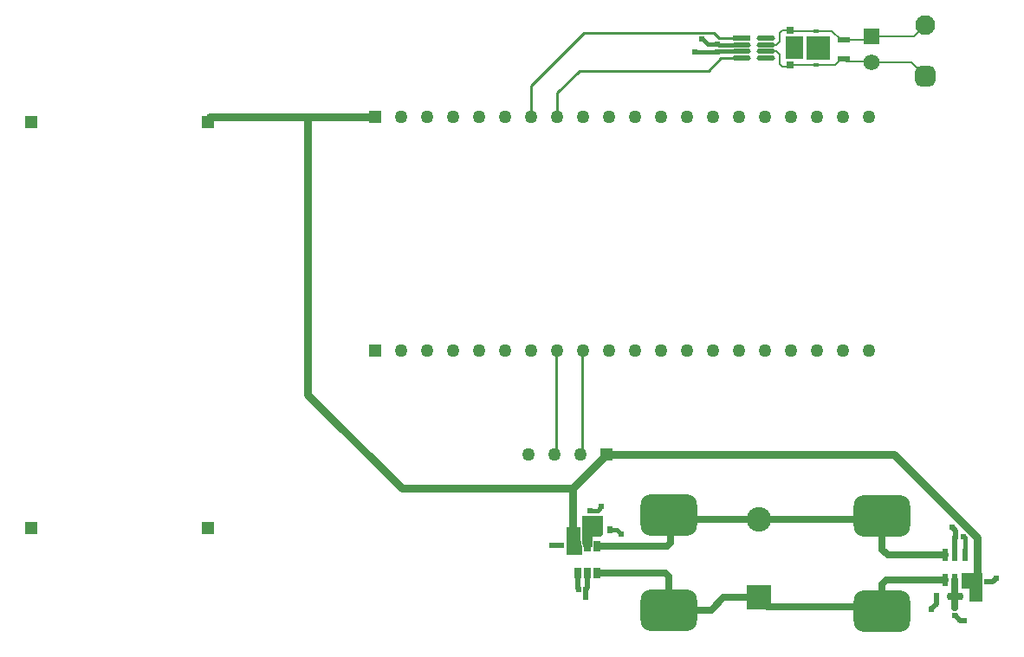
<source format=gtl>
G04*
G04 #@! TF.GenerationSoftware,Altium Limited,Altium Designer,25.8.1 (18)*
G04*
G04 Layer_Physical_Order=1*
G04 Layer_Color=255*
%FSLAX44Y44*%
%MOMM*%
G71*
G04*
G04 #@! TF.SameCoordinates,00868D23-33A2-40B0-AD17-1BC6AB771355*
G04*
G04*
G04 #@! TF.FilePolarity,Positive*
G04*
G01*
G75*
%ADD13C,0.2540*%
G04:AMPARAMS|DCode=14|XSize=1.8052mm|YSize=0.4949mm|CornerRadius=0.2475mm|HoleSize=0mm|Usage=FLASHONLY|Rotation=0.000|XOffset=0mm|YOffset=0mm|HoleType=Round|Shape=RoundedRectangle|*
%AMROUNDEDRECTD14*
21,1,1.8052,0.0000,0,0,0.0*
21,1,1.3103,0.4949,0,0,0.0*
1,1,0.4949,0.6552,0.0000*
1,1,0.4949,-0.6552,0.0000*
1,1,0.4949,-0.6552,0.0000*
1,1,0.4949,0.6552,0.0000*
%
%ADD14ROUNDEDRECTD14*%
%ADD15R,0.4725X0.5153*%
%ADD16R,0.5153X0.4725*%
%ADD17R,0.6000X0.8000*%
G04:AMPARAMS|DCode=18|XSize=1.1mm|YSize=0.6mm|CornerRadius=0.051mm|HoleSize=0mm|Usage=FLASHONLY|Rotation=90.000|XOffset=0mm|YOffset=0mm|HoleType=Round|Shape=RoundedRectangle|*
%AMROUNDEDRECTD18*
21,1,1.1000,0.4980,0,0,90.0*
21,1,0.9980,0.6000,0,0,90.0*
1,1,0.1020,0.2490,0.4990*
1,1,0.1020,0.2490,-0.4990*
1,1,0.1020,-0.2490,-0.4990*
1,1,0.1020,-0.2490,0.4990*
%
%ADD18ROUNDEDRECTD18*%
G04:AMPARAMS|DCode=19|XSize=1.21mm|YSize=0.58mm|CornerRadius=0.0725mm|HoleSize=0mm|Usage=FLASHONLY|Rotation=270.000|XOffset=0mm|YOffset=0mm|HoleType=Round|Shape=RoundedRectangle|*
%AMROUNDEDRECTD19*
21,1,1.2100,0.4350,0,0,270.0*
21,1,1.0650,0.5800,0,0,270.0*
1,1,0.1450,-0.2175,-0.5325*
1,1,0.1450,-0.2175,0.5325*
1,1,0.1450,0.2175,0.5325*
1,1,0.1450,0.2175,-0.5325*
%
%ADD19ROUNDEDRECTD19*%
%ADD20R,1.2400X0.5900*%
%ADD21R,0.5250X0.4200*%
%ADD22R,0.5000X0.5000*%
%ADD23R,0.6725X0.6682*%
%ADD24R,1.8052X0.4949*%
G04:AMPARAMS|DCode=25|XSize=4.04mm|YSize=5.51mm|CornerRadius=1.01mm|HoleSize=0mm|Usage=FLASHONLY|Rotation=270.000|XOffset=0mm|YOffset=0mm|HoleType=Round|Shape=RoundedRectangle|*
%AMROUNDEDRECTD25*
21,1,4.0400,3.4900,0,0,270.0*
21,1,2.0200,5.5100,0,0,270.0*
1,1,2.0200,-1.7450,-1.0100*
1,1,2.0200,-1.7450,1.0100*
1,1,2.0200,1.7450,1.0100*
1,1,2.0200,1.7450,-1.0100*
%
%ADD25ROUNDEDRECTD25*%
%ADD33R,1.5700X1.5700*%
%ADD34C,1.5700*%
%ADD39C,0.7620*%
%ADD40C,0.3810*%
%ADD41C,0.5080*%
%ADD42C,0.6350*%
%ADD43C,0.1524*%
%ADD44R,1.2580X1.2580*%
%ADD45R,1.2580X1.2580*%
%ADD46C,1.2580*%
%ADD47C,1.9500*%
G04:AMPARAMS|DCode=48|XSize=1.95mm|YSize=1.95mm|CornerRadius=0.4875mm|HoleSize=0mm|Usage=FLASHONLY|Rotation=90.000|XOffset=0mm|YOffset=0mm|HoleType=Round|Shape=RoundedRectangle|*
%AMROUNDEDRECTD48*
21,1,1.9500,0.9750,0,0,90.0*
21,1,0.9750,1.9500,0,0,90.0*
1,1,0.9750,0.4875,0.4875*
1,1,0.9750,0.4875,-0.4875*
1,1,0.9750,-0.4875,-0.4875*
1,1,0.9750,-0.4875,0.4875*
%
%ADD48ROUNDEDRECTD48*%
%ADD49C,2.4000*%
%ADD50R,2.4000X2.4000*%
%ADD51C,0.6096*%
G36*
X1579880Y934720D02*
X1563370D01*
Y956310D01*
X1579880D01*
Y934720D01*
D02*
G37*
G36*
X1606550Y933450D02*
X1583690D01*
Y956310D01*
X1606550D01*
Y933450D01*
D02*
G37*
G36*
X1384300Y469900D02*
X1381760Y467360D01*
X1374140D01*
Y463213D01*
X1373996Y462490D01*
Y458642D01*
X1373769Y457500D01*
X1373523Y457200D01*
X1365245D01*
X1365207Y457246D01*
X1365184Y457320D01*
X1365026Y457513D01*
X1364977Y457758D01*
X1364935Y457822D01*
X1364585Y459581D01*
X1364306Y459998D01*
X1364276Y460148D01*
X1364182Y460289D01*
Y460457D01*
X1364124Y460599D01*
Y462490D01*
X1363980Y463213D01*
Y476250D01*
Y487680D01*
X1384300D01*
Y469900D01*
D02*
G37*
G36*
X1362330Y463213D02*
X1362395Y463057D01*
X1362362Y462891D01*
X1362474Y462327D01*
Y460271D01*
X1362658Y459826D01*
X1362752Y459354D01*
X1363031Y458938D01*
X1363381Y457178D01*
X1363606Y456841D01*
X1363723Y456454D01*
X1363970Y456153D01*
X1363980Y456148D01*
Y449580D01*
X1348740D01*
Y476250D01*
X1362330D01*
Y463213D01*
D02*
G37*
G36*
X1755140Y426796D02*
X1754975D01*
Y423266D01*
X1754932Y423051D01*
Y422910D01*
X1754975Y422694D01*
Y419024D01*
X1755140D01*
Y403860D01*
X1742440D01*
Y416560D01*
X1734820D01*
Y431800D01*
X1755140D01*
Y426796D01*
D02*
G37*
D13*
X1339850Y877570D02*
Y901268D01*
X1361364Y922782D01*
X1487536D01*
X1499884Y935130D01*
X1314450Y908304D02*
X1365758Y959612D01*
X1492889D01*
X1314450Y877570D02*
Y908304D01*
X1492889Y959612D02*
X1497871Y954630D01*
X1520115D01*
X1499884Y935130D02*
X1520115D01*
X1362710Y547370D02*
X1363980Y548640D01*
Y647700D01*
X1365250Y648970D01*
X1337310Y547370D02*
X1338580Y548640D01*
Y647700D01*
X1339850Y648970D01*
D14*
X1520115Y941630D02*
D03*
Y948130D02*
D03*
Y935130D02*
D03*
X1543125D02*
D03*
Y941630D02*
D03*
Y948130D02*
D03*
Y954630D02*
D03*
D15*
X1496060Y941094D02*
D03*
X1728470Y389914D02*
D03*
X1496060Y948666D02*
D03*
X1371600Y492736D02*
D03*
X1728470Y397486D02*
D03*
X1371600Y485164D02*
D03*
D16*
X1751504Y422910D02*
D03*
X1351256Y458470D02*
D03*
X1759076Y422910D02*
D03*
X1728644Y467360D02*
D03*
X1343684Y458470D02*
D03*
X1367766Y415290D02*
D03*
X1736216Y467360D02*
D03*
X1360194Y415290D02*
D03*
D17*
X1746550Y408940D02*
D03*
X1354940Y473710D02*
D03*
X1710690Y408940D02*
D03*
X1390800Y473710D02*
D03*
X1733550Y408940D02*
D03*
X1367940Y473710D02*
D03*
X1723690Y408940D02*
D03*
X1377800Y473710D02*
D03*
D18*
X1359560Y457500D02*
D03*
X1369060Y431500D02*
D03*
X1378560D02*
D03*
Y457500D02*
D03*
X1369060D02*
D03*
X1359560Y431500D02*
D03*
D19*
X1737970Y424330D02*
D03*
X1728470Y449430D02*
D03*
X1718970D02*
D03*
Y424330D02*
D03*
X1728470D02*
D03*
X1737970Y449430D02*
D03*
D20*
X1598930Y943610D02*
D03*
X1620030Y953110D02*
D03*
Y934110D02*
D03*
D21*
X1592580Y953770D02*
D03*
Y936155D02*
D03*
Y928205D02*
D03*
Y961720D02*
D03*
D22*
X1586150Y943610D02*
D03*
X1576150D02*
D03*
D23*
X1567180Y928428D02*
D03*
Y938472D02*
D03*
Y962601D02*
D03*
Y952559D02*
D03*
D24*
X1520115Y954630D02*
D03*
D25*
X1657350Y487340D02*
D03*
Y394040D02*
D03*
X1449070Y488610D02*
D03*
Y395310D02*
D03*
D33*
X1647190Y956310D02*
D03*
D34*
Y930910D02*
D03*
D39*
X1161978Y877642D02*
X1162050Y877570D01*
X1000072Y877642D02*
X1161978D01*
X997958Y872178D02*
X998030Y872250D01*
X1096010Y605790D02*
Y877570D01*
X1668688Y547370D02*
X1749870Y466188D01*
X1388110Y547370D02*
X1668688D01*
X1749870Y424330D02*
Y466188D01*
X1746550Y418170D02*
X1751290Y422910D01*
X1737970Y424330D02*
X1749870D01*
X1359047Y458013D02*
X1359560Y457500D01*
X1746550Y408940D02*
Y418170D01*
X1096010Y877570D02*
X1096010Y877570D01*
X1354940Y514200D02*
X1388110Y547370D01*
X1354940Y473710D02*
Y514200D01*
X1187600D02*
X1354940D01*
Y461940D02*
Y473710D01*
X1096010Y605790D02*
X1187600Y514200D01*
D40*
X1495982Y941094D02*
X1496517Y941630D01*
X1520115D01*
X1474470Y941094D02*
X1495982D01*
X1481439Y953770D02*
X1486543Y948666D01*
X1497724Y948130D02*
X1520115D01*
X1486543Y948666D02*
X1496060D01*
X1480820Y953770D02*
X1481439D01*
X1379196Y492736D02*
X1383030Y496570D01*
X1371600Y492736D02*
X1379196D01*
X1398270Y473710D02*
X1402080Y469900D01*
X1390800Y473710D02*
X1398270D01*
X1736216Y467360D02*
X1736430D01*
X1737970Y465820D01*
Y449430D02*
Y465820D01*
X1371600Y484950D02*
Y485164D01*
Y484950D02*
X1376705Y479845D01*
Y474805D02*
Y479845D01*
Y474805D02*
X1377800Y473710D01*
X1367940D02*
X1377800D01*
X1367940Y472710D02*
X1369060Y471590D01*
Y457500D02*
Y471590D01*
D41*
X1725930Y475975D02*
Y476250D01*
Y475975D02*
X1728608Y473298D01*
Y467538D02*
Y473298D01*
X1728644Y467219D02*
Y467360D01*
X1728470Y467045D02*
X1728644Y467219D01*
X1768835Y426720D02*
X1769110D01*
X1728470Y449430D02*
Y467045D01*
X1765203Y423088D02*
X1768835Y426720D01*
X1759112Y423088D02*
X1765203D01*
X1759076Y423051D02*
X1759112Y423088D01*
X1759076Y422910D02*
Y423051D01*
X1733521Y385004D02*
X1737166D01*
X1737360Y384810D01*
X1728611Y389914D02*
X1733521Y385004D01*
X1710230Y408480D02*
X1710690Y408940D01*
X1710230Y401135D02*
Y408480D01*
X1728470Y389914D02*
X1728611D01*
X1705610Y396515D02*
X1710230Y401135D01*
X1705610Y396240D02*
Y396515D01*
X1369060Y416725D02*
Y431500D01*
X1367766Y415431D02*
X1369060Y416725D01*
X1367766Y415290D02*
Y415431D01*
X1334770Y458470D02*
X1343684D01*
X1367778Y407682D02*
Y415278D01*
Y407682D02*
X1367790Y407670D01*
X1367766Y415290D02*
X1367778Y415278D01*
X1360194Y415290D02*
Y415431D01*
X1359560Y416065D02*
X1360194Y415431D01*
X1359560Y416065D02*
Y431500D01*
D42*
X1728470Y397486D02*
Y409090D01*
X1728620Y408940D01*
X1728470Y409090D02*
Y424330D01*
X1728620Y408940D02*
X1733550D01*
X1723690D02*
X1728620D01*
X1657350Y394040D02*
Y420610D01*
X1661070Y424330D01*
X1718970D01*
X1657350Y454660D02*
Y487340D01*
Y454660D02*
X1662580Y449430D01*
X1718970D01*
X1653880Y483870D02*
X1657350Y487340D01*
X1536700Y483870D02*
X1653880D01*
X1652545Y398845D02*
X1657350Y394040D01*
X1545525Y398845D02*
X1652545D01*
X1536700Y407670D02*
X1545525Y398845D01*
X1502410Y407670D02*
X1536700D01*
X1490050Y395310D02*
X1502410Y407670D01*
X1449070Y395310D02*
X1490050D01*
X1453810Y483870D02*
X1536700D01*
X1449070Y488610D02*
X1453810Y483870D01*
X1449070Y488610D02*
X1450340Y487340D01*
Y461010D02*
Y487340D01*
X1446830Y457500D02*
X1450340Y461010D01*
X1378560Y457500D02*
X1446830D01*
X1449070Y395310D02*
Y427990D01*
X1445560Y431500D02*
X1449070Y427990D01*
X1378560Y431500D02*
X1445560D01*
D43*
X1616780Y953110D02*
X1620030D01*
X1608170Y961720D02*
X1616780Y953110D01*
X1592580Y961720D02*
X1608170D01*
X1610875Y928205D02*
X1616780Y934110D01*
X1620030D01*
X1592580Y928205D02*
X1610875D01*
X1620030Y934110D02*
X1622218Y931922D01*
X1559560Y962660D02*
X1567121D01*
X1567180Y962601D01*
X1557020Y951230D02*
Y960120D01*
X1559560Y962660D01*
X1567180Y962601D02*
X1568062Y961720D01*
X1567121Y927100D02*
X1567180Y927159D01*
X1567404Y928205D02*
X1592580D01*
X1567180Y928428D02*
X1567404Y928205D01*
X1543125Y948130D02*
X1553920D01*
X1557020Y951230D01*
X1553920Y941630D02*
X1557020Y938530D01*
X1543125Y941630D02*
X1553920D01*
X1568062Y961720D02*
X1592580D01*
X1643990Y953110D02*
X1647190Y956310D01*
X1567180Y945515D02*
Y952559D01*
X1620030Y953110D02*
X1643990D01*
X1557020Y929640D02*
Y938530D01*
X1559560Y927100D02*
X1567121D01*
X1567180Y945515D02*
X1569085Y943610D01*
X1646178Y931922D02*
X1647190Y930910D01*
X1567180Y938472D02*
Y945515D01*
X1569085Y943610D02*
X1576150D01*
X1622218Y931922D02*
X1646178D01*
X1557020Y929640D02*
X1559560Y927100D01*
X1685730Y930910D02*
X1699300Y917340D01*
X1647190Y930910D02*
X1685730D01*
X1688270Y956310D02*
X1699300Y967340D01*
X1647190Y956310D02*
X1688270D01*
D44*
X998030Y475950D02*
D03*
X825166D02*
D03*
X825166Y872250D02*
D03*
X998030D02*
D03*
D45*
X1388110Y547370D02*
D03*
X1162050Y877570D02*
D03*
Y648970D02*
D03*
D46*
X1492250Y877570D02*
D03*
X1314450Y648970D02*
D03*
X1311910Y547370D02*
D03*
X1339850Y877570D02*
D03*
X1314450D02*
D03*
X1337310Y547370D02*
D03*
X1362710D02*
D03*
X1187450Y877570D02*
D03*
X1212850D02*
D03*
X1238250D02*
D03*
X1263650D02*
D03*
X1289050D02*
D03*
X1365250D02*
D03*
X1390650D02*
D03*
X1416050D02*
D03*
X1441450D02*
D03*
X1466850D02*
D03*
X1517650D02*
D03*
X1543050D02*
D03*
X1568450D02*
D03*
X1593850D02*
D03*
X1619250D02*
D03*
X1644650D02*
D03*
X1187450Y648970D02*
D03*
X1212850D02*
D03*
X1238250D02*
D03*
X1263650D02*
D03*
X1289050D02*
D03*
X1339850D02*
D03*
X1365250D02*
D03*
X1390650D02*
D03*
X1416050D02*
D03*
X1441450D02*
D03*
X1466850D02*
D03*
X1492250D02*
D03*
X1517650D02*
D03*
X1543050D02*
D03*
X1568450D02*
D03*
X1593850D02*
D03*
X1619250D02*
D03*
X1644650D02*
D03*
D47*
X1699300Y967340D02*
D03*
D48*
Y917340D02*
D03*
D49*
X1536700Y483870D02*
D03*
D50*
Y407670D02*
D03*
D51*
X1474470Y941094D02*
D03*
X1725930Y476250D02*
D03*
X1600200Y952500D02*
D03*
X1601470Y939800D02*
D03*
X1769110Y426720D02*
D03*
X1737360Y384810D02*
D03*
X1705610Y396240D02*
D03*
X1587500Y951230D02*
D03*
X1480820Y953770D02*
D03*
X1590040Y938530D02*
D03*
X1383030Y496570D02*
D03*
X1402080Y469900D02*
D03*
X1367790Y407670D02*
D03*
X1334770Y458470D02*
D03*
M02*

</source>
